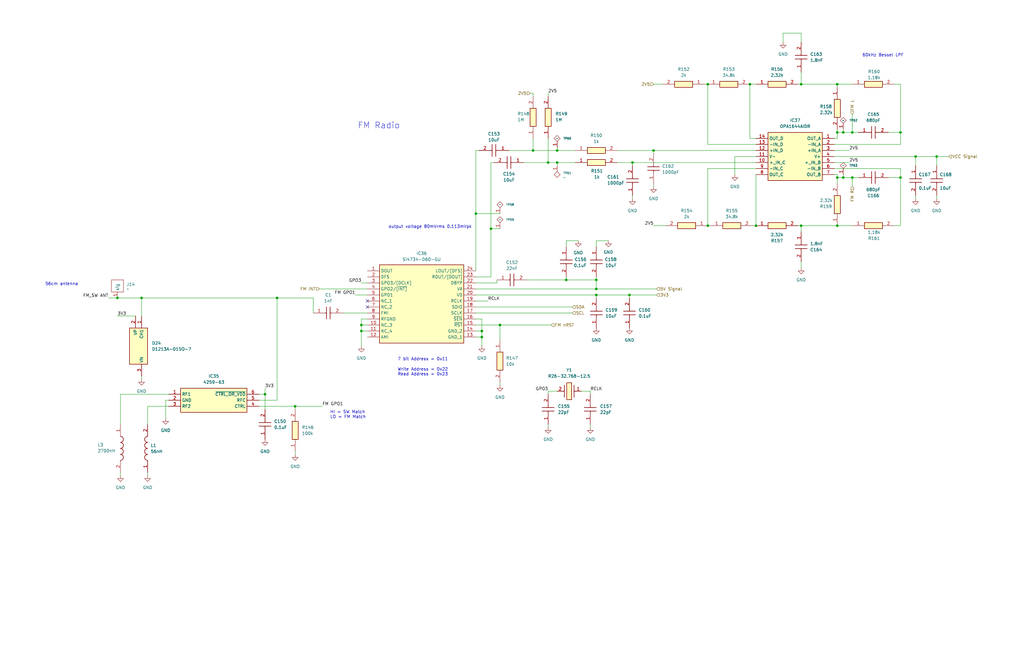
<source format=kicad_sch>
(kicad_sch (version 20231120) (generator "eeschema") (generator_version "8.0")
  (paper "B")
  (title_block (title "Audio System") (date "2025-02-06") (rev "P1") (company "Wolfe Engineering"))
  (junction (at 394.97 66.04))
  (junction (at 359.41 55.88))
  (junction (at 318.77 95.25))
  (junction (at 353.06 74.93))
  (junction (at 275.59 63.5))
  (junction (at 224.79 63.5))
  (junction (at 251.46 124.46))
  (junction (at 231.14 68.58))
  (junction (at 298.45 35.56))
  (junction (at 207.01 96.52))
  (junction (at 266.7 68.58))
  (junction (at 203.2 142.24))
  (junction (at 265.43 124.46))
  (junction (at 111.76 166.37))
  (junction (at 337.82 35.56))
  (junction (at 203.2 139.7))
  (junction (at 353.06 55.88))
  (junction (at 355.6 55.88))
  (junction (at 379.73 55.88))
  (junction (at 379.73 74.93))
  (junction (at 210.82 137.16))
  (junction (at 316.23 35.56))
  (junction (at 353.06 95.25))
  (junction (at 152.4 139.7))
  (junction (at 234.95 68.58))
  (junction (at 251.46 118.11))
  (junction (at 353.06 35.56))
  (junction (at 359.41 74.93))
  (junction (at 152.4 137.16))
  (junction (at 234.95 63.5))
  (junction (at 355.6 74.93))
  (junction (at 200.66 90.17))
  (junction (at 251.46 121.92))
  (junction (at 124.46 171.45))
  (junction (at 49.53 125.73))
  (junction (at 386.08 66.04))
  (junction (at 59.69 125.73))
  (junction (at 298.45 95.25))
  (junction (at 238.76 118.11))
  (junction (at 337.82 95.25))
  (junction (at 116.84 125.73))
  (no_connect (at 154.94 129.54))
  (no_connect (at 154.94 127))
  (wire (pts (xy 379.73 60.96) (xy 351.79 60.96)))
  (wire (pts (xy 109.22 171.45) (xy 124.46 171.45)))
  (wire (pts (xy 45.72 125.73) (xy 49.53 125.73)))
  (wire (pts (xy 200.66 134.62) (xy 203.2 134.62)))
  (wire (pts (xy 132.08 132.08) (xy 132.08 125.73)))
  (wire (pts (xy 111.76 166.37) (xy 111.76 172.72)))
  (wire (pts (xy 317.5 95.25) (xy 318.77 95.25)))
  (wire (pts (xy 238.76 118.11) (xy 238.76 116.84)))
  (wire (pts (xy 207.01 96.52) (xy 207.01 116.84)))
  (wire (pts (xy 374.65 55.88) (xy 379.73 55.88)))
  (wire (pts (xy 214.63 63.5) (xy 224.79 63.5)))
  (wire (pts (xy 337.82 30.48) (xy 337.82 35.56)))
  (wire (pts (xy 200.66 139.7) (xy 203.2 139.7)))
  (wire (pts (xy 336.55 35.56) (xy 337.82 35.56)))
  (wire (pts (xy 59.69 158.75) (xy 59.69 160.02)))
  (wire (pts (xy 309.88 66.04) (xy 309.88 73.66)))
  (wire (pts (xy 355.6 55.88) (xy 359.41 55.88)))
  (wire (pts (xy 318.77 66.04) (xy 309.88 66.04)))
  (wire (pts (xy 203.2 134.62) (xy 203.2 139.7)))
  (wire (pts (xy 353.06 74.93) (xy 355.6 74.93)))
  (wire (pts (xy 353.06 77.47) (xy 353.06 74.93)))
  (wire (pts (xy 203.2 139.7) (xy 203.2 142.24)))
  (wire (pts (xy 316.23 58.42) (xy 318.77 58.42)))
  (wire (pts (xy 238.76 118.11) (xy 251.46 118.11)))
  (wire (pts (xy 353.06 35.56) (xy 353.06 36.83)))
  (wire (pts (xy 69.85 168.91) (xy 69.85 176.53)))
  (wire (pts (xy 224.79 58.42) (xy 224.79 63.5)))
  (wire (pts (xy 248.92 179.07) (xy 248.92 180.34)))
  (wire (pts (xy 337.82 95.25) (xy 337.82 97.79)))
  (wire (pts (xy 266.7 82.55) (xy 266.7 83.82)))
  (wire (pts (xy 49.53 125.73) (xy 59.69 125.73)))
  (wire (pts (xy 248.92 165.1) (xy 248.92 166.37)))
  (wire (pts (xy 200.66 142.24) (xy 203.2 142.24)))
  (wire (pts (xy 251.46 121.92) (xy 276.86 121.92)))
  (wire (pts (xy 116.84 125.73) (xy 116.84 168.91)))
  (wire (pts (xy 351.79 68.58) (xy 358.14 68.58)))
  (wire (pts (xy 234.95 69.85) (xy 234.95 68.58)))
  (wire (pts (xy 59.69 133.35) (xy 59.69 125.73)))
  (wire (pts (xy 231.14 68.58) (xy 234.95 68.58)))
  (wire (pts (xy 71.12 168.91) (xy 69.85 168.91)))
  (wire (pts (xy 379.73 71.12) (xy 351.79 71.12)))
  (wire (pts (xy 337.82 17.78) (xy 337.82 13.97)))
  (wire (pts (xy 210.82 90.17) (xy 200.66 90.17)))
  (wire (pts (xy 200.66 63.5) (xy 201.93 63.5)))
  (wire (pts (xy 152.4 139.7) (xy 152.4 146.05)))
  (wire (pts (xy 353.06 55.88) (xy 353.06 58.42)))
  (wire (pts (xy 330.2 13.97) (xy 330.2 17.78)))
  (wire (pts (xy 358.14 63.5) (xy 351.79 63.5)))
  (wire (pts (xy 59.69 125.73) (xy 116.84 125.73)))
  (wire (pts (xy 109.22 168.91) (xy 116.84 168.91)))
  (wire (pts (xy 210.82 96.52) (xy 207.01 96.52)))
  (wire (pts (xy 200.66 127) (xy 205.74 127)))
  (wire (pts (xy 379.73 55.88) (xy 379.73 60.96)))
  (wire (pts (xy 351.79 66.04) (xy 386.08 66.04)))
  (wire (pts (xy 353.06 55.88) (xy 355.6 55.88)))
  (wire (pts (xy 275.59 63.5) (xy 260.35 63.5)))
  (wire (pts (xy 203.2 142.24) (xy 203.2 146.05)))
  (wire (pts (xy 316.23 35.56) (xy 318.77 35.56)))
  (wire (pts (xy 275.59 95.25) (xy 280.67 95.25)))
  (wire (pts (xy 154.94 134.62) (xy 152.4 134.62)))
  (wire (pts (xy 234.95 68.58) (xy 242.57 68.58)))
  (wire (pts (xy 265.43 125.73) (xy 265.43 124.46)))
  (wire (pts (xy 251.46 118.11) (xy 251.46 121.92)))
  (wire (pts (xy 379.73 35.56) (xy 379.73 55.88)))
  (wire (pts (xy 318.77 73.66) (xy 318.77 95.25)))
  (wire (pts (xy 231.14 39.37) (xy 231.14 40.64)))
  (wire (pts (xy 109.22 166.37) (xy 111.76 166.37)))
  (wire (pts (xy 124.46 172.72) (xy 124.46 171.45)))
  (wire (pts (xy 337.82 95.25) (xy 353.06 95.25)))
  (wire (pts (xy 144.78 132.08) (xy 154.94 132.08)))
  (wire (pts (xy 152.4 139.7) (xy 154.94 139.7)))
  (wire (pts (xy 62.23 171.45) (xy 71.12 171.45)))
  (wire (pts (xy 231.14 166.37) (xy 231.14 165.1)))
  (wire (pts (xy 124.46 190.5) (xy 124.46 191.77)))
  (wire (pts (xy 200.66 90.17) (xy 200.66 114.3)))
  (wire (pts (xy 353.06 35.56) (xy 359.41 35.56)))
  (wire (pts (xy 265.43 124.46) (xy 276.86 124.46)))
  (wire (pts (xy 251.46 101.6) (xy 251.46 104.14)))
  (wire (pts (xy 394.97 66.04) (xy 394.97 69.85)))
  (wire (pts (xy 336.55 95.25) (xy 337.82 95.25)))
  (wire (pts (xy 200.66 132.08) (xy 241.3 132.08)))
  (wire (pts (xy 251.46 116.84) (xy 251.46 118.11)))
  (wire (pts (xy 210.82 161.29) (xy 210.82 162.56)))
  (wire (pts (xy 275.59 77.47) (xy 275.59 78.74)))
  (wire (pts (xy 353.06 95.25) (xy 359.41 95.25)))
  (wire (pts (xy 243.84 101.6) (xy 238.76 101.6)))
  (wire (pts (xy 386.08 82.55) (xy 386.08 83.82)))
  (wire (pts (xy 207.01 68.58) (xy 207.01 96.52)))
  (wire (pts (xy 152.4 134.62) (xy 152.4 137.16)))
  (wire (pts (xy 200.66 129.54) (xy 241.3 129.54)))
  (wire (pts (xy 361.95 55.88) (xy 359.41 55.88)))
  (wire (pts (xy 222.25 118.11) (xy 238.76 118.11)))
  (wire (pts (xy 379.73 74.93) (xy 379.73 95.25)))
  (wire (pts (xy 234.95 62.23) (xy 234.95 63.5)))
  (wire (pts (xy 337.82 110.49) (xy 337.82 113.03)))
  (wire (pts (xy 298.45 71.12) (xy 318.77 71.12)))
  (wire (pts (xy 200.66 137.16) (xy 210.82 137.16)))
  (wire (pts (xy 298.45 71.12) (xy 298.45 95.25)))
  (wire (pts (xy 210.82 137.16) (xy 232.41 137.16)))
  (wire (pts (xy 149.86 124.46) (xy 154.94 124.46)))
  (wire (pts (xy 152.4 119.38) (xy 154.94 119.38)))
  (wire (pts (xy 209.55 118.11) (xy 209.55 119.38)))
  (wire (pts (xy 124.46 171.45) (xy 135.89 171.45)))
  (wire (pts (xy 49.53 133.35) (xy 57.15 133.35)))
  (wire (pts (xy 275.59 63.5) (xy 318.77 63.5)))
  (wire (pts (xy 297.18 35.56) (xy 298.45 35.56)))
  (wire (pts (xy 256.54 101.6) (xy 251.46 101.6)))
  (wire (pts (xy 234.95 63.5) (xy 242.57 63.5)))
  (wire (pts (xy 355.6 73.66) (xy 355.6 74.93)))
  (wire (pts (xy 116.84 125.73) (xy 132.08 125.73)))
  (wire (pts (xy 275.59 64.77) (xy 275.59 63.5)))
  (wire (pts (xy 223.52 39.37) (xy 224.79 39.37)))
  (wire (pts (xy 220.98 68.58) (xy 231.14 68.58)))
  (wire (pts (xy 50.8 166.37) (xy 71.12 166.37)))
  (wire (pts (xy 207.01 116.84) (xy 200.66 116.84)))
  (wire (pts (xy 298.45 35.56) (xy 298.45 60.96)))
  (wire (pts (xy 50.8 166.37) (xy 50.8 179.07)))
  (wire (pts (xy 62.23 199.39) (xy 62.23 200.66)))
  (wire (pts (xy 355.6 54.61) (xy 355.6 55.88)))
  (wire (pts (xy 337.82 13.97) (xy 330.2 13.97)))
  (wire (pts (xy 353.06 74.93) (xy 353.06 73.66)))
  (wire (pts (xy 266.7 68.58) (xy 266.7 69.85)))
  (wire (pts (xy 62.23 179.07) (xy 62.23 171.45)))
  (wire (pts (xy 231.14 179.07) (xy 231.14 180.34)))
  (wire (pts (xy 379.73 74.93) (xy 379.73 71.12)))
  (wire (pts (xy 298.45 60.96) (xy 318.77 60.96)))
  (wire (pts (xy 207.01 68.58) (xy 208.28 68.58)))
  (wire (pts (xy 377.19 35.56) (xy 379.73 35.56)))
  (wire (pts (xy 337.82 35.56) (xy 353.06 35.56)))
  (wire (pts (xy 210.82 137.16) (xy 210.82 143.51)))
  (wire (pts (xy 374.65 74.93) (xy 379.73 74.93)))
  (wire (pts (xy 111.76 163.83) (xy 111.76 166.37)))
  (wire (pts (xy 134.62 121.92) (xy 154.94 121.92)))
  (wire (pts (xy 231.14 165.1) (xy 234.95 165.1)))
  (wire (pts (xy 260.35 68.58) (xy 266.7 68.58)))
  (wire (pts (xy 152.4 137.16) (xy 152.4 139.7)))
  (wire (pts (xy 209.55 119.38) (xy 200.66 119.38)))
  (wire (pts (xy 200.66 121.92) (xy 251.46 121.92)))
  (wire (pts (xy 224.79 63.5) (xy 234.95 63.5)))
  (wire (pts (xy 224.79 39.37) (xy 224.79 40.64)))
  (wire (pts (xy 351.79 58.42) (xy 353.06 58.42)))
  (wire (pts (xy 231.14 58.42) (xy 231.14 68.58)))
  (wire (pts (xy 359.41 74.93) (xy 361.95 74.93)))
  (wire (pts (xy 316.23 35.56) (xy 316.23 58.42)))
  (wire (pts (xy 353.06 73.66) (xy 351.79 73.66)))
  (wire (pts (xy 394.97 66.04) (xy 400.05 66.04)))
  (wire (pts (xy 152.4 137.16) (xy 154.94 137.16)))
  (wire (pts (xy 251.46 124.46) (xy 265.43 124.46)))
  (wire (pts (xy 50.8 199.39) (xy 50.8 200.66)))
  (wire (pts (xy 266.7 68.58) (xy 318.77 68.58)))
  (wire (pts (xy 355.6 74.93) (xy 359.41 74.93)))
  (wire (pts (xy 377.19 95.25) (xy 379.73 95.25)))
  (wire (pts (xy 394.97 82.55) (xy 394.97 83.82)))
  (wire (pts (xy 200.66 63.5) (xy 200.66 90.17)))
  (wire (pts (xy 353.06 54.61) (xy 353.06 55.88)))
  (wire (pts (xy 386.08 66.04) (xy 394.97 66.04)))
  (wire (pts (xy 298.45 95.25) (xy 299.72 95.25)))
  (wire (pts (xy 359.41 74.93) (xy 359.41 78.74)))
  (wire (pts (xy 251.46 124.46) (xy 251.46 125.73)))
  (wire (pts (xy 275.59 35.56) (xy 279.4 35.56)))
  (wire (pts (xy 386.08 66.04) (xy 386.08 69.85)))
  (wire (pts (xy 200.66 124.46) (xy 251.46 124.46)))
  (wire (pts (xy 245.11 165.1) (xy 248.92 165.1)))
  (wire (pts (xy 359.41 48.26) (xy 359.41 55.88)))
  (wire (pts (xy 238.76 101.6) (xy 238.76 104.14)))
  (text "output voltage 80mVrms 0.113mVpk\n" (at 163.83 96.52 0) (effects (font (size 1.27 1.27)) (justify left bottom)))
  (text "60kHz Bessel LPF" (at 372.364 23.368 0) (effects (font (size 1.27 1.27))))
  (text "56cm antenna" (at 19.05 120.65 0) (effects (font (size 1.27 1.27)) (justify left bottom)))
  (text "7 bit Address = 0x11" (at 167.64 152.4 0) (effects (font (size 1.27 1.27)) (justify left bottom)))
  (text "HI = SW Match\nLO = FM Match" (at 139.192 176.784 0) (effects (font (size 1.27 1.27)) (justify left bottom)))
  (text "FM Radio" (at 159.766 53.086 0) (effects (font (size 2.54 2.54))))
  (text "Write Address = 0x22\nRead Address = 0x23" (at 167.64 158.75 0) (effects (font (size 1.27 1.27)) (justify left bottom)))
  (label "2V5" (at 358.14 63.5 0))
  (label "3V3" (at 49.53 133.35 0))
  (label "FM GPO1" (at 135.89 171.45 0))
  (label "GPO3" (at 231.14 165.1 180))
  (label "FM GPO1" (at 149.86 124.46 180))
  (label "RCLK" (at 248.92 165.1 0))
  (label "2V5" (at 231.14 39.37 0))
  (label "3V3" (at 111.76 163.83 0))
  (label "2V5" (at 275.59 95.25 180))
  (label "2V5" (at 358.14 68.58 0))
  (label "RCLK" (at 205.74 127 0))
  (label "FM_SW ANT" (at 45.72 125.73 180))
  (label "GPO3" (at 152.4 119.38 180))
  (hierarchical_label "3V3" (shape input) (at 276.86 124.46 0))
  (hierarchical_label "VCC Signal" (shape input) (at 400.05 66.04 0))
  (hierarchical_label "FM R" (shape input) (at 359.41 78.74 270))
  (hierarchical_label "5V Signal" (shape input) (at 276.86 121.92 0))
  (hierarchical_label "SDA" (shape input) (at 241.3 129.54 0))
  (hierarchical_label "FM L" (shape input) (at 359.41 48.26 90))
  (hierarchical_label "FM INT" (shape input) (at 134.62 121.92 180))
  (hierarchical_label "SCL" (shape input) (at 241.3 132.08 0))
  (hierarchical_label "2V5" (shape input) (at 275.59 35.56 180))
  (hierarchical_label "2V5" (shape input) (at 223.52 39.37 180))
  (hierarchical_label "FM nRST" (shape input) (at 232.41 137.16 0))
  (symbol (lib_id "Audio System:CL10C220JB81PNC") (at 248.92 179.07 90) (unit 1)
    (property "Reference" "C157" (at 252.984 171.45 90) (effects (justify right)))
    (property "Value" "22pF" (at 252.984 173.99 90) (effects (justify right)))
    (property "Footprint" "1 Audio Amp:CAPC1608X90N" (effects (hide yes)))
    (property "Datasheet" "https://datasheet.datasheetarchive.com/originals/distributors/Datasheets-DGA8/2473117.pdf" (effects (hide yes)))
    (property "Height" "0.9" (effects (hide yes)))
    (property "Manufacturer_Name" "SAMSUNG" (effects (hide yes)))
    (property "Manufacturer_Part_Number" "CL10C220JB81PNC" (effects (hide yes)))
    (property "Mouser Part Number" "N/A" (effects (hide yes)))
    (property "Mouser Price/Stock" "https://www.mouser.co.uk/ProductDetail/Samsung-Electro-Mechanics/CL10C220JB81PNC?qs=X6jEic%2FHinCm8EFcRPgkKA%3D%3D" (effects (hide yes)))
  )
  (symbol (lib_id "1 Audio Amp:ERA-3AEB102V") (at 242.57 63.5 0) (unit 1)
    (property "Reference" "R150" (at 251.46 57.15 0))
    (property "Value" "1k" (at 251.46 59.69 0))
    (property "Footprint" "ERA3AEB101V" (effects (hide yes)))
    (property "Datasheet" "https://industrial.panasonic.com/cdbs/www-data/pdf/RDM0000/AOA0000C307.pdf" (effects (hide yes)))
    (property "Description" "Thin Film Resistors - SMD 0603 1/10W 1Kohms 0.1% 25ppm" (effects (hide yes)))
    (property "Height" "0.55" (effects (hide yes)))
    (property "Manufacturer_Name" "Panasonic" (effects (hide yes)))
    (property "Manufacturer_Part_Number" "ERA-3AEB102V" (effects (hide yes)))
    (property "Mouser Part Number" "667-ERA-3AEB102V" (effects (hide yes)))
    (property "Mouser Price/Stock" "https://www.mouser.co.uk/ProductDetail/Panasonic/ERA-3AEB102V?qs=1VWA5LkbEaoqrqE7i0E0xA%3D%3D" (effects (hide yes)))
    (property "Arrow Part Number" "ERA-3AEB102V" (effects (hide yes)))
    (property "Arrow Price/Stock" "https://www.arrow.com/en/products/era3aeb102v/panasonic?utm_currency=USD&region=europe" (effects (hide yes)))
  )
  (symbol (lib_name "GND_13") (lib_id "power:GND") (at 111.76 185.42 0) (unit 1)
    (property "Reference" "#PWR0202" (effects (hide yes)))
    (property "Value" "GND" (at 111.76 190.5 0))
  )
  (symbol (lib_name "GND_17") (lib_id "power:GND") (at 243.84 101.6 0) (unit 1)
    (property "Reference" "#PWR0208" (effects (hide yes)))
    (property "Value" "GND" (at 243.84 106.68 0))
  )
  (symbol (lib_id "1 Audio Amp:GRM1885C1H182JA01J") (at 337.82 97.79 90) (mirror x) (unit 1)
    (property "Reference" "C164" (at 341.63 105.4101 90) (effects (justify right)))
    (property "Value" "1.8nF" (at 341.63 102.8701 90) (effects (justify right)))
    (property "Footprint" "CAPC1608X90N" (effects (hide yes)))
    (property "Datasheet" "https://search.murata.co.jp/Ceramy/image/img/A01X/G101/ENG/GRM1885C1H182JA01-01A.pdf" (effects (hide yes)))
    (property "Description" "Multilayer Ceramic Capacitors MLCC - SMD/SMT 0.0018uF 50Volts 5%" (effects (hide yes)))
    (property "Height" "0.9" (effects (hide yes)))
    (property "Manufacturer_Name" "Murata Electronics" (effects (hide yes)))
    (property "Manufacturer_Part_Number" "GRM1885C1H182JA01J" (effects (hide yes)))
    (property "Mouser Part Number" "81-GRM1885C1H182JA1J" (effects (hide yes)))
    (property "Mouser Price/Stock" "https://www.mouser.com/Search/Refine.aspx?Keyword=81-GRM1885C1H182JA1J" (effects (hide yes)))
  )
  (symbol (lib_name "GND_1") (lib_id "power:GND") (at 337.82 113.03 0) (unit 1)
    (property "Reference" "#PWR0217" (effects (hide yes)))
    (property "Value" "GND" (at 337.82 118.11 0))
  )
  (symbol (lib_id "Audio System:CL10C220JB81PNC") (at 231.14 179.07 90) (unit 1)
    (property "Reference" "C155" (at 235.204 171.45 90) (effects (justify right)))
    (property "Value" "22pF" (at 235.204 173.99 90) (effects (justify right)))
    (property "Footprint" "1 Audio Amp:CAPC1608X90N" (effects (hide yes)))
    (property "Datasheet" "https://datasheet.datasheetarchive.com/originals/distributors/Datasheets-DGA8/2473117.pdf" (effects (hide yes)))
    (property "Height" "0.9" (effects (hide yes)))
    (property "Manufacturer_Name" "SAMSUNG" (effects (hide yes)))
    (property "Manufacturer_Part_Number" "CL10C220JB81PNC" (effects (hide yes)))
    (property "Mouser Part Number" "N/A" (effects (hide yes)))
    (property "Mouser Price/Stock" "https://www.mouser.co.uk/ProductDetail/Samsung-Electro-Mechanics/CL10C220JB81PNC?qs=X6jEic%2FHinCm8EFcRPgkKA%3D%3D" (effects (hide yes)))
  )
  (symbol (lib_id "1 Audio Amp:ERA-3AEB102V") (at 242.57 68.58 0) (unit 1)
    (property "Reference" "R151" (at 251.714 72.136 0))
    (property "Value" "1k" (at 251.714 74.676 0))
    (property "Footprint" "ERA3AEB101V" (effects (hide yes)))
    (property "Datasheet" "https://industrial.panasonic.com/cdbs/www-data/pdf/RDM0000/AOA0000C307.pdf" (effects (hide yes)))
    (property "Description" "Thin Film Resistors - SMD 0603 1/10W 1Kohms 0.1% 25ppm" (effects (hide yes)))
    (property "Height" "0.55" (effects (hide yes)))
    (property "Manufacturer_Name" "Panasonic" (effects (hide yes)))
    (property "Manufacturer_Part_Number" "ERA-3AEB102V" (effects (hide yes)))
    (property "Mouser Part Number" "667-ERA-3AEB102V" (effects (hide yes)))
    (property "Mouser Price/Stock" "https://www.mouser.co.uk/ProductDetail/Panasonic/ERA-3AEB102V?qs=1VWA5LkbEaoqrqE7i0E0xA%3D%3D" (effects (hide yes)))
    (property "Arrow Part Number" "ERA-3AEB102V" (effects (hide yes)))
    (property "Arrow Price/Stock" "https://www.arrow.com/en/products/era3aeb102v/panasonic?utm_currency=USD&region=europe" (effects (hide yes)))
  )
  (symbol (lib_id "Audio System:TP") (at 234.95 73.66 180) (unit 1) (exclude_from_sim yes) (in_bom no)
    (property "Reference" "TP61" (at 237.49 73.025 0) (effects (font (size 0.9 0.9)) (justify right)))
    (property "Value" "~" (at 237.49 74.93 0) (effects (justify right)))
    (property "Footprint" "1 Audio Amp:TP" (effects (hide yes)))
  )
  (symbol (lib_name "GND_5") (lib_id "power:GND") (at 394.97 83.82 0) (unit 1)
    (property "Reference" "#PWR0219" (effects (hide yes)))
    (property "Value" "GND" (at 394.97 88.9 0))
  )
  (symbol (lib_id "1 Audio Amp:GRM1885C1H182JA01J") (at 337.82 30.48 90) (unit 1)
    (property "Reference" "C163" (at 341.63 22.8599 90) (effects (justify right)))
    (property "Value" "1.8nF" (at 341.63 25.3999 90) (effects (justify right)))
    (property "Footprint" "CAPC1608X90N" (effects (hide yes)))
    (property "Datasheet" "https://search.murata.co.jp/Ceramy/image/img/A01X/G101/ENG/GRM1885C1H182JA01-01A.pdf" (effects (hide yes)))
    (property "Description" "Multilayer Ceramic Capacitors MLCC - SMD/SMT 0.0018uF 50Volts 5%" (effects (hide yes)))
    (property "Height" "0.9" (effects (hide yes)))
    (property "Manufacturer_Name" "Murata Electronics" (effects (hide yes)))
    (property "Manufacturer_Part_Number" "GRM1885C1H182JA01J" (effects (hide yes)))
    (property "Mouser Part Number" "81-GRM1885C1H182JA1J" (effects (hide yes)))
    (property "Mouser Price/Stock" "https://www.mouser.com/Search/Refine.aspx?Keyword=81-GRM1885C1H182JA1J" (effects (hide yes)))
  )
  (symbol (lib_name "GND_8") (lib_id "power:GND") (at 386.08 83.82 0) (unit 1)
    (property "Reference" "#PWR0218" (effects (hide yes)))
    (property "Value" "GND" (at 386.08 88.9 0))
  )
  (symbol (lib_name "GND_18") (lib_id "power:GND") (at 210.82 162.56 0) (unit 1)
    (property "Reference" "#PWR0206" (effects (hide yes)))
    (property "Value" "GND" (at 210.82 167.64 0))
  )
  (symbol (lib_id "Audio System:TP") (at 210.82 86.36 0) (unit 1) (exclude_from_sim yes) (in_bom no)
    (property "Reference" "TP58" (at 213.36 86.3599 0) (effects (font (size 0.9 0.9)) (justify left)))
    (property "Value" "~" (at 210.82 86.36 0))
    (property "Footprint" "1 Audio Amp:TP" (effects (hide yes)))
  )
  (symbol (lib_id "Audio System:ERA-3AEB202V") (at 297.18 35.56 180) (unit 1)
    (property "Reference" "R152" (at 288.29 29.21 0))
    (property "Value" "2k" (at 288.29 31.75 0))
    (property "Footprint" "1 Audio Amp:ERA3AEB101V" (effects (hide yes)))
    (property "Datasheet" "https://industrial.panasonic.com/cdbs/www-data/pdf/RDM0000/AOA0000C307.pdf" (effects (hide yes)))
    (property "Height" "0.55" (effects (hide yes)))
    (property "Manufacturer_Name" "Panasonic" (effects (hide yes)))
    (property "Manufacturer_Part_Number" "ERA-3AEB202V" (effects (hide yes)))
    (property "Mouser Part Number" "667-ERA-3AEB202V" (effects (hide yes)))
    (property "Mouser Price/Stock" "https://www.mouser.co.uk/ProductDetail/Panasonic/ERA-3AEB202V?qs=XhO1W%252B5LdJ9D9%2Fzvy31Isg%3D%3D" (effects (hide yes)))
  )
  (symbol (lib_id "1 Audio Amp:ERA-3AEB2321V") (at 318.77 35.56 0) (unit 1)
    (property "Reference" "R156" (at 327.66 29.21 0))
    (property "Value" "2.32k" (at 327.66 31.75 0))
    (property "Footprint" "ERA3AEB101V" (effects (hide yes)))
    (property "Datasheet" "https://industrial.panasonic.com/cdbs/www-data/pdf/RDM0000/AOA0000C307.pdf" (effects (hide yes)))
    (property "Description" "Thin Film Resistors - SMD 0603 2.32Kohm 0.1% 25ppm" (effects (hide yes)))
    (property "Height" "0.55" (effects (hide yes)))
    (property "Manufacturer_Name" "Panasonic" (effects (hide yes)))
    (property "Manufacturer_Part_Number" "ERA-3AEB2321V" (effects (hide yes)))
    (property "Mouser Part Number" "667-ERA-3AEB2321V" (effects (hide yes)))
    (property "Mouser Price/Stock" "http://www.mouser.com/Search/ProductDetail.aspx?qs=nuXzIS8loXHi3P3EqG%2f%2fKg%3d%3d" (effects (hide yes)))
  )
  (symbol (lib_id "Audio System:GRM21BR61C106KE15K") (at 251.46 138.43 90) (unit 1)
    (property "Reference" "C159" (at 255.27 130.81 90) (effects (justify right)))
    (property "Value" "10uF" (at 255.27 133.35 90) (effects (justify right)))
    (property "Footprint" "1 Audio Amp:CAPC2012X145N" (effects (hide yes)))
    (property "Datasheet" "http://www.murata.com/~/media/webrenewal/support/library/catalog/products/capacitor/mlcc/c02e.pdf" (effects (hide yes)))
    (property "Height" "1.45" (effects (hide yes)))
    (property "Manufacturer_Name" "Murata Electronics" (effects (hide yes)))
    (property "Manufacturer_Part_Number" "GRM21BR61C106KE15K" (effects (hide yes)))
    (property "Mouser Part Number" "81-GRM21BR61C106KE5K" (effects (hide yes)))
    (property "Mouser Price/Stock" "https://www.mouser.co.uk/ProductDetail/Murata-Electronics/GRM21BR61C106KE15K?qs=h0WOCFF19ULjTOS37upAEw%3D%3D" (effects (hide yes)))
    (property "Arrow Part Number" "GRM21BR61C106KE15K" (effects (hide yes)))
    (property "Arrow Price/Stock" "https://www.arrow.com/en/products/grm21br61c106ke15k/murata-manufacturing?utm_currency=USD&region=nac" (effects (hide yes)))
  )
  (symbol (lib_name "GND_8") (lib_id "power:GND") (at 231.14 180.34 0) (unit 1)
    (property "Reference" "#PWR0207" (effects (hide yes)))
    (property "Value" "GND" (at 231.14 185.42 0))
  )
  (symbol (lib_name "GND_1") (lib_id "power:GND") (at 330.2 17.78 0) (unit 1)
    (property "Reference" "#PWR0216" (effects (hide yes)))
    (property "Value" "GND" (at 330.2 22.86 0))
  )
  (symbol (lib_id "Audio System:CC0603KRX7R7BB104") (at 265.43 138.43 90) (unit 1)
    (property "Reference" "C160" (at 269.24 130.81 90) (effects (justify right)))
    (property "Value" "0.1uF" (at 269.24 133.35 90) (effects (justify right)))
    (property "Footprint" "1 Audio Amp:CAPC1608X90N" (effects (hide yes)))
    (property "Datasheet" "https://www.yageo.com/en/Chart/Download/pdf/CC0603KRX7R7BB104" (effects (hide yes)))
    (property "Height" "0.9" (effects (hide yes)))
    (property "Manufacturer_Name" "YAGEO" (effects (hide yes)))
    (property "Manufacturer_Part_Number" "CC0603KRX7R7BB104" (effects (hide yes)))
    (property "Mouser Part Number" "603-CC603KRX7R7BB104" (effects (hide yes)))
    (property "Mouser Price/Stock" "https://www.mouser.co.uk/ProductDetail/YAGEO/CC0603KRX7R7BB104?qs=AgBp2OyFlx8KPmNTlFoWXA%3D%3D" (effects (hide yes)))
    (property "Arrow Part Number" "CC0603KRX7R7BB104" (effects (hide yes)))
    (property "Arrow Price/Stock" "https://www.arrow.com/en/products/cc0603krx7r7bb104/yageo?region=europe" (effects (hide yes)))
  )
  (symbol (lib_id "Audio System:C0603C104M5RACTU") (at 386.08 69.85 270) (unit 1)
    (property "Reference" "C167" (at 387.35 73.66 90) (effects (justify left)))
    (property "Value" "0.1uF" (at 387.35 79.375 90) (effects (justify left)))
    (property "Footprint" "1 Audio Amp:C0603" (effects (hide yes)))
    (property "Datasheet" "https://content.kemet.com/datasheets/KEM_C1002_X7R_SMD.pdf" (effects (hide yes)))
    (property "Height" "0.87" (effects (hide yes)))
    (property "Manufacturer_Name" "KEMET" (effects (hide yes)))
    (property "Manufacturer_Part_Number" "C0603C104M5RACTU" (effects (hide yes)))
    (property "Mouser Part Number" "80-C0603C104M5R" (effects (hide yes)))
    (property "Mouser Price/Stock" "https://www.mouser.co.uk/ProductDetail/KEMET/C0603C104M5RACTU?qs=YkRtRX%252BfoqJT%252B0m410IP4A%3D%3D" (effects (hide yes)))
    (property "Arrow Part Number" "C0603C104M5RACTU" (effects (hide yes)))
    (property "Arrow Price/Stock" "https://www.arrow.com/en/products/c0603c104m5ractu/kemet-corporation?utm_currency=USD&region=nac" (effects (hide yes)))
  )
  (symbol (lib_id "Audio System:CC0603KRX7R7BB104") (at 111.76 185.42 90) (unit 1)
    (property "Reference" "C150" (at 115.57 177.8 90) (effects (justify right)))
    (property "Value" "0.1uF" (at 115.57 180.34 90) (effects (justify right)))
    (property "Footprint" "1 Audio Amp:CAPC1608X90N" (effects (hide yes)))
    (property "Datasheet" "https://www.yageo.com/en/Chart/Download/pdf/CC0603KRX7R7BB104" (effects (hide yes)))
    (property "Height" "0.9" (effects (hide yes)))
    (property "Manufacturer_Name" "YAGEO" (effects (hide yes)))
    (property "Manufacturer_Part_Number" "CC0603KRX7R7BB104" (effects (hide yes)))
    (property "Mouser Part Number" "603-CC603KRX7R7BB104" (effects (hide yes)))
    (property "Mouser Price/Stock" "https://www.mouser.co.uk/ProductDetail/YAGEO/CC0603KRX7R7BB104?qs=AgBp2OyFlx8KPmNTlFoWXA%3D%3D" (effects (hide yes)))
    (property "Arrow Part Number" "CC0603KRX7R7BB104" (effects (hide yes)))
    (property "Arrow Price/Stock" "https://www.arrow.com/en/products/cc0603krx7r7bb104/yageo?region=europe" (effects (hide yes)))
  )
  (symbol (lib_id "Audio System:TP") (at 234.95 58.42 0) (unit 1) (exclude_from_sim yes) (in_bom no)
    (property "Reference" "TP60" (at 237.49 58.4199 0) (effects (font (size 0.9 0.9)) (justify left)))
    (property "Value" "~" (at 234.95 58.42 0))
    (property "Footprint" "1 Audio Amp:TP" (effects (hide yes)))
  )
  (symbol (lib_id "Audio System:GRM21BR61H106KE43L") (at 394.97 69.85 270) (unit 1)
    (property "Reference" "C168" (at 396.24 73.66 90) (effects (justify left)))
    (property "Value" "10uF" (at 396.24 79.375 90) (effects (justify left)))
    (property "Footprint" "1 Audio Amp:GRM21x" (effects (hide yes)))
    (property "Datasheet" "https://search.murata.co.jp/Ceramy/image/img/A01X/G101/ENG/GRM21BR61H106KE43-01A.pdf" (effects (hide yes)))
    (property "Height" "1.25" (effects (hide yes)))
    (property "Manufacturer_Name" "Murata Electronics" (effects (hide yes)))
    (property "Manufacturer_Part_Number" "GRM21BR61H106KE43L" (effects (hide yes)))
    (property "Mouser Part Number" "81-GRM21BR61H106KE3L" (effects (hide yes)))
    (property "Mouser Price/Stock" "https://www.mouser.co.uk/ProductDetail/Murata-Electronics/GRM21BR61H106KE43L?qs=lYGu3FyN48cBZlIduWKclg%3D%3D" (effects (hide yes)))
    (property "Arrow Part Number" "GRM21BR61H106KE43L" (effects (hide yes)))
    (property "Arrow Price/Stock" "https://www.arrow.com/en/products/grm21br61h106ke43l/murata-manufacturing?region=nac" (effects (hide yes)))
  )
  (symbol (lib_id "1 Audio Amp:GRM1885C1H102JA01D") (at 132.08 132.08 0) (unit 1)
    (property "Reference" "C1" (at 138.43 124.46 0))
    (property "Value" "1nF" (at 138.43 127 0))
    (property "Footprint" "CAPC1608X90N" (effects (hide yes)))
    (property "Datasheet" "https://psearch.en.murata.com/capacitor/product/GRM1885C1H102JA01%23.html" (effects (hide yes)))
    (property "Description" "Multilayer Ceramic Capacitors MLCC - SMD/SMT 0603 1000pF 50volts C0G 5%" (effects (hide yes)))
    (property "Height" "0.9" (effects (hide yes)))
    (property "Manufacturer_Name" "Murata Electronics" (effects (hide yes)))
    (property "Manufacturer_Part_Number" "GRM1885C1H102JA01D" (effects (hide yes)))
    (property "Mouser Part Number" "81-GRM39C102J50" (effects (hide yes)))
    (property "Mouser Price/Stock" "https://www.mouser.co.uk/ProductDetail/Murata-Electronics/GRM1885C1H102JA01D?qs=H3lwsW1hsDtu9zD8AnV%2FOA%3D%3D" (effects (hide yes)))
    (property "Arrow Part Number" "GRM1885C1H102JA01D" (effects (hide yes)))
    (property "Arrow Price/Stock" "https://www.arrow.com/en/products/grm1885c1h102ja01d/murata-manufacturing?region=nac" (effects (hide yes)))
  )
  (symbol (lib_name "GND_16") (lib_id "power:GND") (at 124.46 191.77 0) (unit 1)
    (property "Reference" "#PWR0203" (effects (hide yes)))
    (property "Value" "GND" (at 124.46 196.85 0))
  )
  (symbol (lib_id "1 Audio Amp:C0603C102K3GACTU") (at 266.7 82.55 90) (unit 1)
    (property "Reference" "C161" (at 256.032 74.676 90) (effects (justify right)))
    (property "Value" "1000pF" (at 256.032 77.216 90) (effects (justify right)))
    (property "Footprint" "CAPC1608X87N" (effects (hide yes)))
    (property "Datasheet" "https://content.kemet.com/datasheets/KEM_C1003_C0G_SMD.pdf" (effects (hide yes)))
    (property "Description" "SMD Comm C0G, Ceramic, 1000 pF, 10%, 25 VDC, 62.5 VDC, 125C, -55C, C0G, SMD, MLCC, Ultra-Stable, Low Loss, Class I, 0.1 % , 100 GOhms, 3.7 mg, 0603, 1.6mm, 0.8mm, 0.8mm, 0.7mm, 0.35mm, 4000, 78  Weeks, 120" (effects (hide yes)))
    (property "Height" "0.87" (effects (hide yes)))
    (property "Manufacturer_Name" "KEMET" (effects (hide yes)))
    (property "Manufacturer_Part_Number" "C0603C102K3GACTU" (effects (hide yes)))
    (property "Mouser Part Number" "80-C0603C102K3G" (effects (hide yes)))
    (property "Mouser Price/Stock" "https://www.mouser.co.uk/ProductDetail/KEMET/C0603C102K3GACTU?qs=WzS45ibvhQi32eNhok0ktg%3D%3D" (effects (hide yes)))
    (property "Arrow Part Number" "C0603C102K3GACTU" (effects (hide yes)))
    (property "Arrow Price/Stock" "https://www.arrow.com/en/products/c0603c102k3gactu/kemet-corporation?region=nac" (effects (hide yes)))
  )
  (symbol (lib_id "Audio System:RC0603FR-07100KL") (at 124.46 190.5 90) (unit 1)
    (property "Reference" "R146" (at 127.254 180.34 90) (effects (justify right)))
    (property "Value" "100k" (at 127.254 182.88 90) (effects (justify right)))
    (property "Footprint" "1 Audio Amp:RESC1608X55N" (effects (hide yes)))
    (property "Datasheet" "https://www.yageo.com/upload/media/product/productsearch/datasheet/rchip/PYu-RC_Group_51_RoHS_L_12.pdf" (effects (hide yes)))
    (property "Height" "0.55" (effects (hide yes)))
    (property "Manufacturer_Name" "YAGEO" (effects (hide yes)))
    (property "Manufacturer_Part_Number" "RC0603FR-07100KL" (effects (hide yes)))
    (property "Mouser Part Number" "603-RC0603FR-07100KL" (effects (hide yes)))
    (property "Mouser Price/Stock" "https://www.mouser.co.uk/ProductDetail/YAGEO/RC0603FR-07100KL?qs=e1ok2LiJcmaihem8Va5%2Fsw%3D%3D" (effects (hide yes)))
    (property "Arrow Part Number" "RC0603FR-07100KL" (effects (hide yes)))
    (property "Arrow Price/Stock" "https://www.arrow.com/en/products/rc0603fr-07100kl/yageo?region=nac" (effects (hide yes)))
  )
  (symbol (lib_id "1 Audio Amp:LQW2UAS2R7J00L") (at 50.8 179.07 270) (unit 1)
    (property "Reference" "L3" (at 41.148 187.706 90) (effects (justify left)))
    (property "Value" "2700nH" (at 41.148 190.246 90) (effects (justify left)))
    (property "Footprint" "LQW2UAS12NG00L" (effects (hide yes)))
    (property "Datasheet" "https://psearch.en.murata.com/inductor/product/LQW2UAS2R7J00%23.html" (effects (hide yes)))
    (property "Description" "LQW2UAS_00 Series Inductor 2700nH +/-5% 1008 (2520)" (effects (hide yes)))
    (property "Height" "2.03" (effects (hide yes)))
    (property "Manufacturer_Name" "Murata Electronics" (effects (hide yes)))
    (property "Manufacturer_Part_Number" "LQW2UAS2R7J00L" (effects (hide yes)))
    (property "Mouser Part Number" "81-LQW2UAS2R7J00L" (effects (hide yes)))
    (property "Mouser Price/Stock" "https://www.mouser.com/Search/Refine.aspx?Keyword=81-LQW2UAS2R7J00L" (effects (hide yes)))
    (property "Arrow Part Number" "LQW2UAS2R7J00L" (effects (hide yes)))
    (property "Arrow Price/Stock" "https://www.arrow.com/en/products/lqw2uas2r7j00l/murata-manufacturing" (effects (hide yes)))
  )
  (symbol (lib_id "1 Audio Amp:antenna_hole") (at 49.53 123.19 90) (unit 1)
    (property "Reference" "J14" (at 53.34 120.0149 90) (effects (justify right)))
    (property "Value" "~" (at 53.34 121.92 90) (effects (justify right)))
    (property "Footprint" "1 Audio Amp:ant hole" (effects (hide yes)))
  )
  (symbol (lib_id "Audio System:D1213A-01SO-7") (at 59.69 133.35 270) (unit 1)
    (property "Reference" "D24" (at 64.008 144.78 90) (effects (justify left)))
    (property "Value" "D1213A-01SO-7" (at 64.008 147.32 90) (effects (justify left)))
    (property "Footprint" "1 Audio Amp:D1213A01SO7" (effects (hide yes)))
    (property "Datasheet" "https://www.diodes.com/assets/Datasheets/ds32185.pdf" (effects (hide yes)))
    (property "Height" "1.2" (effects (hide yes)))
    (property "Manufacturer_Name" "Diodes Incorporated" (effects (hide yes)))
    (property "Manufacturer_Part_Number" "D1213A-01SO-7" (effects (hide yes)))
    (property "Mouser Part Number" "621-D1213A-01SO-7" (effects (hide yes)))
    (property "Mouser Price/Stock" "https://www.mouser.com/Search/Refine.aspx?Keyword=621-D1213A-01SO-7" (effects (hide yes)))
    (property "Arrow Part Number" "D1213A-01SO-7" (effects (hide yes)))
    (property "Arrow Price/Stock" "https://www.arrow.com/en/products/d1213a-01so-7/diodes-incorporated?region=nac" (effects (hide yes)))
  )
  (symbol (lib_id "1 Audio Amp:ERA-3AEB3482V") (at 299.72 95.25 0) (unit 1)
    (property "Reference" "R155" (at 308.61 88.9 0))
    (property "Value" "34.8k" (at 308.61 91.44 0))
    (property "Footprint" "ERA3AEB101V" (effects (hide yes)))
    (property "Datasheet" "https://industrial.panasonic.com/cdbs/www-data/pdf/RDM0000/AOA0000C307.pdf" (effects (hide yes)))
    (property "Description" "Thin Film Resistors - SMD 0603 34.8Kohm 0.1% 25ppm" (effects (hide yes)))
    (property "Height" "0.55" (effects (hide yes)))
    (property "Manufacturer_Name" "Panasonic" (effects (hide yes)))
    (property "Manufacturer_Part_Number" "ERA-3AEB3482V" (effects (hide yes)))
    (property "Mouser Part Number" "667-ERA-3AEB3482V" (effects (hide yes)))
    (property "Mouser Price/Stock" "https://www.mouser.com/Search/Refine.aspx?Keyword=667-ERA-3AEB3482V" (effects (hide yes)))
  )
  (symbol (lib_id "Audio System:GRM21BR61C106KE15K") (at 251.46 104.14 270) (unit 1)
    (property "Reference" "C158" (at 260.096 109.474 90) (effects (justify right)))
    (property "Value" "10uF" (at 260.096 112.014 90) (effects (justify right)))
    (property "Footprint" "1 Audio Amp:CAPC2012X145N" (effects (hide yes)))
    (property "Datasheet" "http://www.murata.com/~/media/webrenewal/support/library/catalog/products/capacitor/mlcc/c02e.pdf" (effects (hide yes)))
    (property "Height" "1.45" (effects (hide yes)))
    (property "Manufacturer_Name" "Murata Electronics" (effects (hide yes)))
    (property "Manufacturer_Part_Number" "GRM21BR61C106KE15K" (effects (hide yes)))
    (property "Mouser Part Number" "81-GRM21BR61C106KE5K" (effects (hide yes)))
    (property "Mouser Price/Stock" "https://www.mouser.co.uk/ProductDetail/Murata-Electronics/GRM21BR61C106KE15K?qs=h0WOCFF19ULjTOS37upAEw%3D%3D" (effects (hide yes)))
    (property "Arrow Part Number" "GRM21BR61C106KE15K" (effects (hide yes)))
    (property "Arrow Price/Stock" "https://www.arrow.com/en/products/grm21br61c106ke15k/murata-manufacturing?utm_currency=USD&region=nac" (effects (hide yes)))
  )
  (symbol (lib_name "GND_12") (lib_id "power:GND") (at 251.46 138.43 0) (unit 1)
    (property "Reference" "#PWR0210" (effects (hide yes)))
    (property "Value" "GND" (at 251.46 143.51 0))
  )
  (symbol (lib_id "1 Audio Amp:RT0603FRD071ML") (at 224.79 58.42 90) (unit 1)
    (property "Reference" "R148" (at 218.186 48.006 90) (effects (justify right)))
    (property "Value" "1M" (at 218.186 50.546 90) (effects (justify right)))
    (property "Footprint" "RESC1608X55N" (effects (hide yes)))
    (property "Datasheet" "https://componentsearchengine.com/Datasheets/1/RT0603FRD071ML.pdf" (effects (hide yes)))
    (property "Description" "Thin Film Resistors - SMD 1M ohm 1% 25 ppm High-Precision" (effects (hide yes)))
    (property "Height" "0.55" (effects (hide yes)))
    (property "Manufacturer_Name" "KEMET" (effects (hide yes)))
    (property "Manufacturer_Part_Number" "RT0603FRD071ML" (effects (hide yes)))
    (property "Mouser Part Number" "603-RT0603FRD071ML" (effects (hide yes)))
    (property "Mouser Price/Stock" "https://www.mouser.co.uk/ProductDetail/Yageo/RT0603FRD071ML/?qs=TyBUSTk9pD%252Bwn0iyfLuUUw%3D%3D" (effects (hide yes)))
  )
  (symbol (lib_id "1 Audio Amp:LQW18AN56NJ00D") (at 62.23 199.39 90) (unit 1)
    (property "Reference" "L1" (at 63.5 187.9599 90) (effects (justify right)))
    (property "Value" "56nH" (at 63.5 190.4999 90) (effects (justify right)))
    (property "Footprint" "LQW18AS10NG0CD" (effects (hide yes)))
    (property "Datasheet" "https://search.murata.co.jp/Ceramy/image/img/P02/JELF243A-0024.pdf" (effects (hide yes)))
    (property "Description" "Murata LQQ18A Series Wire-wound SMD Inductor 0.056 uH +/-5% 360mA Idc Q:38" (effects (hide yes)))
    (property "Height" "1" (effects (hide yes)))
    (property "Manufacturer_Name" "Murata Electronics" (effects (hide yes)))
    (property "Manufacturer_Part_Number" "LQW18AN56NJ00D" (effects (hide yes)))
    (property "Mouser Part Number" "81-LQW18AN56NJ00D" (effects (hide yes)))
    (property "Mouser Price/Stock" "https://www.mouser.com/Search/Refine.aspx?Keyword=81-LQW18AN56NJ00D" (effects (hide yes)))
    (property "Arrow Part Number" "LQW18AN56NJ00D" (effects (hide yes)))
    (property "Arrow Price/Stock" "https://www.arrow.com/en/products/lqw18an56nj00d/murata-manufacturing?region=nac" (effects (hide yes)))
  )
  (symbol (lib_id "Audio System:Si4734-D60-GU") (at 154.94 114.3 0) (unit 1)
    (property "Reference" "IC36" (at 177.8 106.934 0))
    (property "Value" "Si4734-D60-GU" (at 177.8 109.474 0))
    (property "Footprint" "1 Audio Amp:SOP64P600X175-24N" (effects (hide yes)))
    (property "Datasheet" "https://www.silabs.com/documents/public/data-sheets/Si4730-31-34-35-D60.pdf" (effects (hide yes)))
    (property "Height" "1.75" (effects (hide yes)))
    (property "Manufacturer_Name" "Silicon Labs" (effects (hide yes)))
    (property "Manufacturer_Part_Number" "Si4734-D60-GU" (effects (hide yes)))
    (property "Mouser Part Number" "N/A" (effects (hide yes)))
    (property "Mouser Price/Stock" "https://www.mouser.com/Search/Refine.aspx?Keyword=N%2FA" (effects (hide yes)))
    (property "Arrow Part Number" "SI4734-D60-GU" (effects (hide yes)))
    (property "Arrow Price/Stock" "https://www.arrow.com/en/products/si4734-d60-gu/silicon-labs" (effects (hide yes)))
  )
  (symbol (lib_id "Audio System:OPA1644AIDR") (at 351.79 58.42 0) (mirror y) (unit 1)
    (property "Reference" "IC37" (at 335.28 50.8 0))
    (property "Value" "OPA1644AIDR" (at 335.28 53.34 0))
    (property "Footprint" "1 Audio Amp:SOIC127P600X175-14N" (effects (hide yes)))
    (property "Datasheet" "http://componentsearchengine.com/Datasheets/1/OPA1644AIDR.pdf" (effects (hide yes)))
    (property "Height" "1.75" (effects (hide yes)))
    (property "Manufacturer_Name" "Texas Instruments" (effects (hide yes)))
    (property "Manufacturer_Part_Number" "OPA1644AIDR" (effects (hide yes)))
    (property "Mouser Part Number" "595-OPA1644AIDR" (effects (hide yes)))
    (property "Mouser Price/Stock" "https://www.mouser.co.uk/ProductDetail/Texas-Instruments/OPA1644AIDR?qs=%2Fqzd9s%252BcLd6xS3OL97VFEA%3D%3D" (effects (hide yes)))
    (property "Arrow Part Number" "OPA1644AIDR" (effects (hide yes)))
    (property "Arrow Price/Stock" "https://www.arrow.com/en/products/opa1644aidr/texas-instruments?region=nac" (effects (hide yes)))
  )
  (symbol (lib_name "GND_14") (lib_id "power:GND") (at 69.85 176.53 0) (unit 1)
    (property "Reference" "#PWR0199" (effects (hide yes)))
    (property "Value" "GND" (at 69.85 181.61 0))
  )
  (symbol (lib_id "Audio System:GRM21BR61C106KE15K") (at 214.63 63.5 180) (unit 1)
    (property "Reference" "C153" (at 208.28 56.515 0))
    (property "Value" "10uF" (at 208.28 59.055 0))
    (property "Footprint" "1 Audio Amp:CAPC2012X145N" (effects (hide yes)))
    (property "Datasheet" "http://www.murata.com/~/media/webrenewal/support/library/catalog/products/capacitor/mlcc/c02e.pdf" (effects (hide yes)))
    (property "Height" "1.45" (effects (hide yes)))
    (property "Manufacturer_Name" "Murata Electronics" (effects (hide yes)))
    (property "Manufacturer_Part_Number" "GRM21BR61C106KE15K" (effects (hide yes)))
    (property "Mouser Part Number" "81-GRM21BR61C106KE5K" (effects (hide yes)))
    (property "Mouser Price/Stock" "https://www.mouser.co.uk/ProductDetail/Murata-Electronics/GRM21BR61C106KE15K?qs=h0WOCFF19ULjTOS37upAEw%3D%3D" (effects (hide yes)))
    (property "Arrow Part Number" "GRM21BR61C106KE15K" (effects (hide yes)))
    (property "Arrow Price/Stock" "https://www.arrow.com/en/products/grm21br61c106ke15k/murata-manufacturing?utm_currency=USD&region=nac" (effects (hide yes)))
  )
  (symbol (lib_id "1 Audio Amp:RT0603FRD071ML") (at 231.14 58.42 90) (unit 1)
    (property "Reference" "R149" (at 234.188 48.006 90) (effects (justify right)))
    (property "Value" "1M" (at 234.188 50.546 90) (effects (justify right)))
    (property "Footprint" "RESC1608X55N" (effects (hide yes)))
    (property "Datasheet" "https://componentsearchengine.com/Datasheets/1/RT0603FRD071ML.pdf" (effects (hide yes)))
    (property "Description" "Thin Film Resistors - SMD 1M ohm 1% 25 ppm High-Precision" (effects (hide yes)))
    (property "Height" "0.55" (effects (hide yes)))
    (property "Manufacturer_Name" "KEMET" (effects (hide yes)))
    (property "Manufacturer_Part_Number" "RT0603FRD071ML" (effects (hide yes)))
    (property "Mouser Part Number" "603-RT0603FRD071ML" (effects (hide yes)))
    (property "Mouser Price/Stock" "https://www.mouser.co.uk/ProductDetail/Yageo/RT0603FRD071ML/?qs=TyBUSTk9pD%252Bwn0iyfLuUUw%3D%3D" (effects (hide yes)))
  )
  (symbol (lib_name "GND_15") (lib_id "power:GND") (at 256.54 101.6 0) (unit 1)
    (property "Reference" "#PWR0211" (effects (hide yes)))
    (property "Value" "GND" (at 256.54 106.426 0))
  )
  (symbol (lib_name "GND_5") (lib_id "power:GND") (at 248.92 180.34 0) (unit 1)
    (property "Reference" "#PWR0209" (effects (hide yes)))
    (property "Value" "GND" (at 248.92 185.42 0))
  )
  (symbol (lib_id "power:GND") (at 152.4 146.05 0) (unit 1)
    (property "Reference" "#PWR0204" (effects (hide yes)))
    (property "Value" "GND" (at 152.4 151.13 0))
  )
  (symbol (lib_name "GND_6") (lib_id "power:GND") (at 309.88 73.66 0) (unit 1)
    (property "Reference" "#PWR0215" (effects (hide yes)))
    (property "Value" "GND" (at 309.88 78.74 0))
  )
  (symbol (lib_id "1 Audio Amp:C0603C102K3GACTU") (at 275.59 77.47 90) (unit 1)
    (property "Reference" "C162" (at 279.146 70.104 90) (effects (justify right)))
    (property "Value" "1000pF" (at 279.146 72.644 90) (effects (justify right)))
    (property "Footprint" "CAPC1608X87N" (effects (hide yes)))
    (property "Datasheet" "https://content.kemet.com/datasheets/KEM_C1003_C0G_SMD.pdf" (effects (hide yes)))
    (property "Description" "SMD Comm C0G, Ceramic, 1000 pF, 10%, 25 VDC, 62.5 VDC, 125C, -55C, C0G, SMD, MLCC, Ultra-Stable, Low Loss, Class I, 0.1 % , 100 GOhms, 3.7 mg, 0603, 1.6mm, 0.8mm, 0.8mm, 0.7mm, 0.35mm, 4000, 78  Weeks, 120" (effects (hide yes)))
    (property "Height" "0.87" (effects (hide yes)))
    (property "Manufacturer_Name" "KEMET" (effects (hide yes)))
    (property "Manufacturer_Part_Number" "C0603C102K3GACTU" (effects (hide yes)))
    (property "Mouser Part Number" "80-C0603C102K3G" (effects (hide yes)))
    (property "Mouser Price/Stock" "https://www.mouser.co.uk/ProductDetail/KEMET/C0603C102K3GACTU?qs=WzS45ibvhQi32eNhok0ktg%3D%3D" (effects (hide yes)))
    (property "Arrow Part Number" "C0603C102K3GACTU" (effects (hide yes)))
    (property "Arrow Price/Stock" "https://www.arrow.com/en/products/c0603c102k3gactu/kemet-corporation?region=nac" (effects (hide yes)))
  )
  (symbol (lib_id "Audio System:GRM21BR61C106KE15K") (at 220.98 68.58 180) (unit 1)
    (property "Reference" "C154" (at 214.63 73.406 0))
    (property "Value" "10uF" (at 214.63 75.946 0))
    (property "Footprint" "1 Audio Amp:CAPC2012X145N" (effects (hide yes)))
    (property "Datasheet" "http://www.murata.com/~/media/webrenewal/support/library/catalog/products/capacitor/mlcc/c02e.pdf" (effects (hide yes)))
    (property "Height" "1.45" (effects (hide yes)))
    (property "Manufacturer_Name" "Murata Electronics" (effects (hide yes)))
    (property "Manufacturer_Part_Number" "GRM21BR61C106KE15K" (effects (hide yes)))
    (property "Mouser Part Number" "81-GRM21BR61C106KE5K" (effects (hide yes)))
    (property "Mouser Price/Stock" "https://www.mouser.co.uk/ProductDetail/Murata-Electronics/GRM21BR61C106KE15K?qs=h0WOCFF19ULjTOS37upAEw%3D%3D" (effects (hide yes)))
    (property "Arrow Part Number" "GRM21BR61C106KE15K" (effects (hide yes)))
    (property "Arrow Price/Stock" "https://www.arrow.com/en/products/grm21br61c106ke15k/murata-manufacturing?utm_currency=USD&region=nac" (effects (hide yes)))
  )
  (symbol (lib_id "Audio System:CL10B223KB8NNNC") (at 209.55 118.11 0) (unit 1)
    (property "Reference" "C152" (at 215.9 110.744 0))
    (property "Value" "22nF" (at 215.9 113.284 0))
    (property "Footprint" "1 Audio Amp:CAPC1608X90N" (effects (hide yes)))
    (property "Datasheet" "http://uk.rs-online.com/web/p/products/7665402" (effects (hide yes)))
    (property "Height" "0.9" (effects (hide yes)))
    (property "Manufacturer_Name" "SAMSUNG" (effects (hide yes)))
    (property "Manufacturer_Part_Number" "CL10B223KB8NNNC" (effects (hide yes)))
    (property "Mouser Part Number" "187-CL10B223KB8NNNC" (effects (hide yes)))
    (property "Mouser Price/Stock" "https://www.mouser.co.uk/ProductDetail/Samsung-Electro-Mechanics/CL10B223KB8NNNC?qs=349EhDEZ59pGNxk0on%252B83Q%3D%3D" (effects (hide yes)))
    (property "Arrow Part Number" "CL10B223KB8NNNC" (effects (hide yes)))
    (property "Arrow Price/Stock" "https://www.arrow.com/en/products/cl10b223kb8nnnc/samsung-electro-mechanics?region=europe" (effects (hide yes)))
  )
  (symbol (lib_id "1 Audio Amp:ERA-3AEB2321V") (at 318.77 95.25 0) (mirror x) (unit 1)
    (property "Reference" "R157" (at 327.66 101.6 0))
    (property "Value" "2.32k" (at 327.66 99.06 0))
    (property "Footprint" "ERA3AEB101V" (effects (hide yes)))
    (property "Datasheet" "https://industrial.panasonic.com/cdbs/www-data/pdf/RDM0000/AOA0000C307.pdf" (effects (hide yes)))
    (property "Description" "Thin Film Resistors - SMD 0603 2.32Kohm 0.1% 25ppm" (effects (hide yes)))
    (property "Height" "0.55" (effects (hide yes)))
    (property "Manufacturer_Name" "Panasonic" (effects (hide yes)))
    (property "Manufacturer_Part_Number" "ERA-3AEB2321V" (effects (hide yes)))
    (property "Mouser Part Number" "667-ERA-3AEB2321V" (effects (hide yes)))
    (property "Mouser Price/Stock" "http://www.mouser.com/Search/ProductDetail.aspx?qs=nuXzIS8loXHi3P3EqG%2f%2fKg%3d%3d" (effects (hide yes)))
  )
  (symbol (lib_id "1 Audio Amp:ERA-3AEB3482V") (at 298.45 35.56 0) (unit 1)
    (property "Reference" "R153" (at 307.34 29.21 0))
    (property "Value" "34.8k" (at 307.34 31.75 0))
    (property "Footprint" "ERA3AEB101V" (effects (hide yes)))
    (property "Datasheet" "https://industrial.panasonic.com/cdbs/www-data/pdf/RDM0000/AOA0000C307.pdf" (effects (hide yes)))
    (property "Description" "Thin Film Resistors - SMD 0603 34.8Kohm 0.1% 25ppm" (effects (hide yes)))
    (property "Height" "0.55" (effects (hide yes)))
    (property "Manufacturer_Name" "Panasonic" (effects (hide yes)))
    (property "Manufacturer_Part_Number" "ERA-3AEB3482V" (effects (hide yes)))
    (property "Mouser Part Number" "667-ERA-3AEB3482V" (effects (hide yes)))
    (property "Mouser Price/Stock" "https://www.mouser.com/Search/Refine.aspx?Keyword=667-ERA-3AEB3482V" (effects (hide yes)))
  )
  (symbol (lib_id "Audio System:TP") (at 210.82 92.71 0) (unit 1) (exclude_from_sim yes) (in_bom no)
    (property "Reference" "TP59" (at 213.36 92.7099 0) (effects (font (size 0.9 0.9)) (justify left)))
    (property "Value" "~" (at 210.82 92.71 0))
    (property "Footprint" "1 Audio Amp:TP" (effects (hide yes)))
  )
  (symbol (lib_id "Audio System:TP") (at 355.6 69.85 0) (unit 1) (exclude_from_sim yes) (in_bom no)
    (property "Reference" "TP63" (at 358.14 69.8499 0) (effects (font (size 0.9 0.9)) (justify left)))
    (property "Value" "~" (at 355.6 69.85 0))
    (property "Footprint" "1 Audio Amp:TP" (effects (hide yes)))
  )
  (symbol (lib_id "Audio System:TP") (at 355.6 50.8 0) (unit 1) (exclude_from_sim yes) (in_bom no)
    (property "Reference" "TP62" (at 358.14 50.7999 0) (effects (font (size 0.9 0.9)) (justify left)))
    (property "Value" "~" (at 355.6 50.8 0))
    (property "Footprint" "1 Audio Amp:TP" (effects (hide yes)))
  )
  (symbol (lib_name "GND_4") (lib_id "power:GND") (at 62.23 200.66 0) (unit 1)
    (property "Reference" "#PWR0201" (effects (hide yes)))
    (property "Value" "GND" (at 62.23 205.74 0))
  )
  (symbol (lib_id "Audio System:R26-32.768-12.5") (at 234.95 165.1 0) (unit 1)
    (property "Reference" "Y1" (at 240.03 156.21 0))
    (property "Value" "R26-32.768-12.5" (at 240.03 158.75 0))
    (property "Footprint" "1 Audio Amp:R2632768125" (effects (hide yes)))
    (property "Datasheet" "https://raltron.com/webproducts/specs/CRYSTAL/R26-32.768-12.5.pdf" (effects (hide yes)))
    (property "Height" "6.2" (effects (hide yes)))
    (property "Manufacturer_Name" "RALTRON" (effects (hide yes)))
    (property "Manufacturer_Part_Number" "R26-32.768-12.5" (effects (hide yes)))
    (property "Arrow Part Number" "R26-32.768-12.5" (effects (hide yes)))
    (property "Arrow Price/Stock" "https://www.arrow.com/en/products/r26-32.768-12.5/raltron-electronics" (effects (hide yes)))
  )
  (symbol (lib_id "1 Audio Amp:ERA-3AEB2321V") (at 353.06 36.83 270) (unit 1)
    (property "Reference" "R158" (at 345.694 44.958 90) (effects (justify left)))
    (property "Value" "2.32k" (at 345.694 47.498 90) (effects (justify left)))
    (property "Footprint" "ERA3AEB101V" (effects (hide yes)))
    (property "Datasheet" "https://industrial.panasonic.com/cdbs/www-data/pdf/RDM0000/AOA0000C307.pdf" (effects (hide yes)))
    (property "Description" "Thin Film Resistors - SMD 0603 2.32Kohm 0.1% 25ppm" (effects (hide yes)))
    (property "Height" "0.55" (effects (hide yes)))
    (property "Manufacturer_Name" "Panasonic" (effects (hide yes)))
    (property "Manufacturer_Part_Number" "ERA-3AEB2321V" (effects (hide yes)))
    (property "Mouser Part Number" "667-ERA-3AEB2321V" (effects (hide yes)))
    (property "Mouser Price/Stock" "http://www.mouser.com/Search/ProductDetail.aspx?qs=nuXzIS8loXHi3P3EqG%2f%2fKg%3d%3d" (effects (hide yes)))
  )
  (symbol (lib_id "1 Audio Amp:885012006062") (at 361.95 74.93 0) (mirror x) (unit 1)
    (property "Reference" "C166" (at 368.3 82.55 0))
    (property "Value" "680pF" (at 368.3 80.01 0))
    (property "Footprint" "CAPC1608X87N" (effects (hide yes)))
    (property "Datasheet" "https://katalog.we-online.com/pbs/datasheet/885012006062.pdf" (effects (hide yes)))
    (property "Description" "Multilayer Ceramic Chip Capacitor WCAP-CSGP Series 0603 680pF NP00603681J050DFCT10000" (effects (hide yes)))
    (property "Height" "0.87" (effects (hide yes)))
    (property "Manufacturer_Name" "Wurth Elektronik" (effects (hide yes)))
    (property "Manufacturer_Part_Number" "885012006062" (effects (hide yes)))
    (property "Mouser Part Number" "710-885012006062" (effects (hide yes)))
    (property "Mouser Price/Stock" "https://www.mouser.co.uk/ProductDetail/Wurth-Elektronik/885012006062?qs=0KOYDY2FL291FiLYqNdpUQ%3D%3D" (effects (hide yes)))
  )
  (symbol (lib_id "Audio System:4259-63") (at 71.12 166.37 0) (unit 1)
    (property "Reference" "IC35" (at 90.17 158.75 0))
    (property "Value" "4259-63" (at 90.17 161.29 0))
    (property "Footprint" "1 Audio Amp:SOT65P210X110-6N" (effects (hide yes)))
    (property "Datasheet" "http://www.psemi.com/pdf/datasheets/pe4259ds.pdf" (effects (hide yes)))
    (property "Height" "1.1" (effects (hide yes)))
    (property "Manufacturer_Name" "Peregrine Semiconductor" (effects (hide yes)))
    (property "Manufacturer_Part_Number" "4259-63" (effects (hide yes)))
    (property "Mouser Part Number" "81-4259-63" (effects (hide yes)))
    (property "Mouser Price/Stock" "https://www.mouser.co.uk/ProductDetail/pSemi/4259-63?qs=iw0hurA%2FaD37qvQcKdATTw%3D%3D" (effects (hide yes)))
  )
  (symbol (lib_id "1 Audio Amp:ERA-3AEB2321V") (at 353.06 95.25 270) (mirror x) (unit 1)
    (property "Reference" "R159" (at 345.694 87.122 90) (effects (justify left)))
    (property "Value" "2.32k" (at 345.694 84.582 90) (effects (justify left)))
    (property "Footprint" "ERA3AEB101V" (effects (hide yes)))
    (property "Datasheet" "https://industrial.panasonic.com/cdbs/www-data/pdf/RDM0000/AOA0000C307.pdf" (effects (hide yes)))
    (property "Description" "Thin Film Resistors - SMD 0603 2.32Kohm 0.1% 25ppm" (effects (hide yes)))
    (property "Height" "0.55" (effects (hide yes)))
    (property "Manufacturer_Name" "Panasonic" (effects (hide yes)))
    (property "Manufacturer_Part_Number" "ERA-3AEB2321V" (effects (hide yes)))
    (property "Mouser Part Number" "667-ERA-3AEB2321V" (effects (hide yes)))
    (property "Mouser Price/Stock" "http://www.mouser.com/Search/ProductDetail.aspx?qs=nuXzIS8loXHi3P3EqG%2f%2fKg%3d%3d" (effects (hide yes)))
  )
  (symbol (lib_id "1 Audio Amp:ERA-3AEB1181V") (at 359.41 35.56 0) (unit 1)
    (property "Reference" "R160" (at 368.554 30.226 0))
    (property "Value" "1.18k" (at 368.554 32.766 0))
    (property "Footprint" "ERA3AEB101V" (effects (hide yes)))
    (property "Datasheet" "https://industrial.panasonic.com/cdbs/www-data/pdf/RDM0000/AOA0000C307.pdf" (effects (hide yes)))
    (property "Description" "Metal Film (Thin Film) Chip Resistor 0603 1181" (effects (hide yes)))
    (property "Height" "0.55" (effects (hide yes)))
    (property "Manufacturer_Name" "Panasonic" (effects (hide yes)))
    (property "Manufacturer_Part_Number" "ERA-3AEB1181V" (effects (hide yes)))
    (property "Mouser Part Number" "667-ERA-3AEB1181V" (effects (hide yes)))
    (property "Mouser Price/Stock" "https://www.mouser.com/Search/Refine.aspx?Keyword=667-ERA-3AEB1181V" (effects (hide yes)))
  )
  (symbol (lib_id "Audio System:ERA-3AEB202V") (at 298.45 95.25 180) (unit 1)
    (property "Reference" "R154" (at 289.56 88.9 0))
    (property "Value" "2k" (at 289.56 91.44 0))
    (property "Footprint" "1 Audio Amp:ERA3AEB101V" (effects (hide yes)))
    (property "Datasheet" "https://industrial.panasonic.com/cdbs/www-data/pdf/RDM0000/AOA0000C307.pdf" (effects (hide yes)))
    (property "Height" "0.55" (effects (hide yes)))
    (property "Manufacturer_Name" "Panasonic" (effects (hide yes)))
    (property "Manufacturer_Part_Number" "ERA-3AEB202V" (effects (hide yes)))
    (property "Mouser Part Number" "667-ERA-3AEB202V" (effects (hide yes)))
    (property "Mouser Price/Stock" "https://www.mouser.co.uk/ProductDetail/Panasonic/ERA-3AEB202V?qs=XhO1W%252B5LdJ9D9%2Fzvy31Isg%3D%3D" (effects (hide yes)))
  )
  (symbol (lib_name "GND_1") (lib_id "power:GND") (at 266.7 83.82 0) (unit 1)
    (property "Reference" "#PWR0213" (effects (hide yes)))
    (property "Value" "GND" (at 266.7 88.9 0))
  )
  (symbol (lib_name "GND_4") (lib_id "power:GND") (at 50.8 200.66 0) (unit 1)
    (property "Reference" "#PWR01" (effects (hide yes)))
    (property "Value" "GND" (at 50.8 205.74 0))
  )
  (symbol (lib_id "1 Audio Amp:885012006062") (at 361.95 55.88 0) (unit 1)
    (property "Reference" "C165" (at 368.3 48.26 0))
    (property "Value" "680pF" (at 368.3 50.8 0))
    (property "Footprint" "CAPC1608X87N" (effects (hide yes)))
    (property "Datasheet" "https://katalog.we-online.com/pbs/datasheet/885012006062.pdf" (effects (hide yes)))
    (property "Description" "Multilayer Ceramic Chip Capacitor WCAP-CSGP Series 0603 680pF NP00603681J050DFCT10000" (effects (hide yes)))
    (property "Height" "0.87" (effects (hide yes)))
    (property "Manufacturer_Name" "Wurth Elektronik" (effects (hide yes)))
    (property "Manufacturer_Part_Number" "885012006062" (effects (hide yes)))
    (property "Mouser Part Number" "710-885012006062" (effects (hide yes)))
    (property "Mouser Price/Stock" "https://www.mouser.co.uk/ProductDetail/Wurth-Elektronik/885012006062?qs=0KOYDY2FL291FiLYqNdpUQ%3D%3D" (effects (hide yes)))
  )
  (symbol (lib_id "Audio System:CC0603KRX7R7BB104") (at 238.76 104.14 270) (unit 1)
    (property "Reference" "C156" (at 247.396 109.474 90) (effects (justify right)))
    (property "Value" "0.1uF" (at 247.396 112.014 90) (effects (justify right)))
    (property "Footprint" "1 Audio Amp:CAPC1608X90N" (effects (hide yes)))
    (property "Datasheet" "https://www.yageo.com/en/Chart/Download/pdf/CC0603KRX7R7BB104" (effects (hide yes)))
    (property "Height" "0.9" (effects (hide yes)))
    (property "Manufacturer_Name" "YAGEO" (effects (hide yes)))
    (property "Manufacturer_Part_Number" "CC0603KRX7R7BB104" (effects (hide yes)))
    (property "Mouser Part Number" "603-CC603KRX7R7BB104" (effects (hide yes)))
    (property "Mouser Price/Stock" "https://www.mouser.co.uk/ProductDetail/YAGEO/CC0603KRX7R7BB104?qs=AgBp2OyFlx8KPmNTlFoWXA%3D%3D" (effects (hide yes)))
    (property "Arrow Part Number" "CC0603KRX7R7BB104" (effects (hide yes)))
    (property "Arrow Price/Stock" "https://www.arrow.com/en/products/cc0603krx7r7bb104/yageo?region=europe" (effects (hide yes)))
  )
  (symbol (lib_name "GND_3") (lib_id "power:GND") (at 265.43 138.43 0) (unit 1)
    (property "Reference" "#PWR0212" (effects (hide yes)))
    (property "Value" "GND" (at 265.43 143.51 0))
  )
  (symbol (lib_name "GND_1") (lib_id "power:GND") (at 59.69 160.02 0) (unit 1)
    (property "Reference" "#PWR0197" (effects (hide yes)))
    (property "Value" "GND" (at 59.69 165.1 0))
  )
  (symbol (lib_name "GND_2") (lib_id "power:GND") (at 203.2 146.05 0) (unit 1)
    (property "Reference" "#PWR0205" (effects (hide yes)))
    (property "Value" "GND" (at 203.2 151.13 0))
  )
  (symbol (lib_id "Audio System:RC0603FR-0710KL") (at 210.82 143.51 270) (unit 1)
    (property "Reference" "R147" (at 213.36 151.13 90) (effects (justify left)))
    (property "Value" "10k" (at 213.36 153.67 90) (effects (justify left)))
    (property "Footprint" "1 Audio Amp:RESC1608X55N" (effects (hide yes)))
    (property "Datasheet" "http://www.yageo.com/documents/recent/PYu-RC0603_51_RoHS_L_v5.pdf" (effects (hide yes)))
    (property "Height" "0.55" (effects (hide yes)))
    (property "Manufacturer_Name" "KEMET" (effects (hide yes)))
    (property "Manufacturer_Part_Number" "RC0603FR-0710KL" (effects (hide yes)))
    (property "Mouser Part Number" "603-RC0603FR-0710KL" (effects (hide yes)))
    (property "Mouser Price/Stock" "https://www.mouser.co.uk/ProductDetail/YAGEO/RC0603FR-0710KL?qs=grNVn54RoB%252B3GtjbJj3wJQ%3D%3D" (effects (hide yes)))
    (property "Arrow Part Number" "RC0603FR-0710KL" (effects (hide yes)))
    (property "Arrow Price/Stock" "https://www.arrow.com/en/products/rc0603fr-0710kl/yageo?region=nac" (effects (hide yes)))
  )
  (symbol (lib_name "GND_1") (lib_id "power:GND") (at 275.59 78.74 0) (unit 1)
    (property "Reference" "#PWR0214" (effects (hide yes)))
    (property "Value" "GND" (at 275.59 83.82 0))
  )
  (symbol (lib_id "1 Audio Amp:ERA-3AEB1181V") (at 359.41 95.25 0) (mirror x) (unit 1)
    (property "Reference" "R161" (at 368.554 100.584 0))
    (property "Value" "1.18k" (at 368.554 98.044 0))
    (property "Footprint" "ERA3AEB101V" (effects (hide yes)))
    (property "Datasheet" "https://industrial.panasonic.com/cdbs/www-data/pdf/RDM0000/AOA0000C307.pdf" (effects (hide yes)))
    (property "Description" "Metal Film (Thin Film) Chip Resistor 0603 1181" (effects (hide yes)))
    (property "Height" "0.55" (effects (hide yes)))
    (property "Manufacturer_Name" "Panasonic" (effects (hide yes)))
    (property "Manufacturer_Part_Number" "ERA-3AEB1181V" (effects (hide yes)))
    (property "Mouser Part Number" "667-ERA-3AEB1181V" (effects (hide yes)))
    (property "Mouser Price/Stock" "https://www.mouser.com/Search/Refine.aspx?Keyword=667-ERA-3AEB1181V" (effects (hide yes)))
  )
)
</source>
